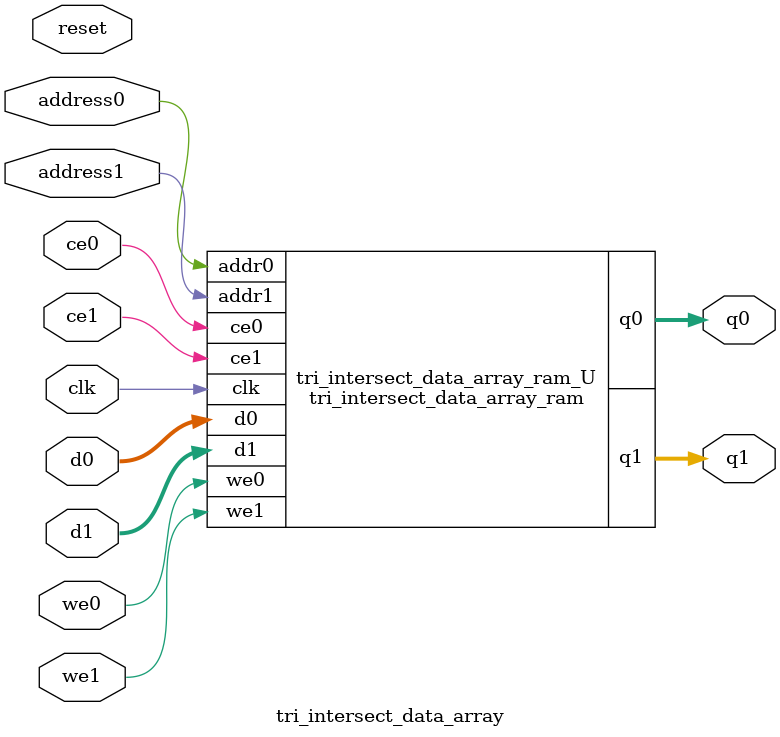
<source format=v>

`timescale 1 ns / 1 ps
module tri_intersect_data_array_ram (addr0, ce0, d0, we0, q0, addr1, ce1, d1, we1, q1,  clk);

parameter DWIDTH = 576;
parameter AWIDTH = 1;
parameter MEM_SIZE = 2;

input[AWIDTH-1:0] addr0;
input ce0;
input[DWIDTH-1:0] d0;
input we0;
output reg[DWIDTH-1:0] q0;
input[AWIDTH-1:0] addr1;
input ce1;
input[DWIDTH-1:0] d1;
input we1;
output reg[DWIDTH-1:0] q1;
input clk;

(* ram_style = "block" *)reg [DWIDTH-1:0] ram[MEM_SIZE-1:0];




always @(posedge clk)  
begin 
    if (ce0) 
    begin
        if (we0) 
        begin 
            ram[addr0] <= d0; 
            q0 <= d0;
        end 
        else 
            q0 <= ram[addr0];
    end
end


always @(posedge clk)  
begin 
    if (ce1) 
    begin
        if (we1) 
        begin 
            ram[addr1] <= d1; 
            q1 <= d1;
        end 
        else 
            q1 <= ram[addr1];
    end
end


endmodule


`timescale 1 ns / 1 ps
module tri_intersect_data_array(
    reset,
    clk,
    address0,
    ce0,
    we0,
    d0,
    q0,
    address1,
    ce1,
    we1,
    d1,
    q1);

parameter DataWidth = 32'd576;
parameter AddressRange = 32'd2;
parameter AddressWidth = 32'd1;
input reset;
input clk;
input[AddressWidth - 1:0] address0;
input ce0;
input we0;
input[DataWidth - 1:0] d0;
output[DataWidth - 1:0] q0;
input[AddressWidth - 1:0] address1;
input ce1;
input we1;
input[DataWidth - 1:0] d1;
output[DataWidth - 1:0] q1;



tri_intersect_data_array_ram tri_intersect_data_array_ram_U(
    .clk( clk ),
    .addr0( address0 ),
    .ce0( ce0 ),
    .d0( d0 ),
    .we0( we0 ),
    .q0( q0 ),
    .addr1( address1 ),
    .ce1( ce1 ),
    .d1( d1 ),
    .we1( we1 ),
    .q1( q1 ));

endmodule


</source>
